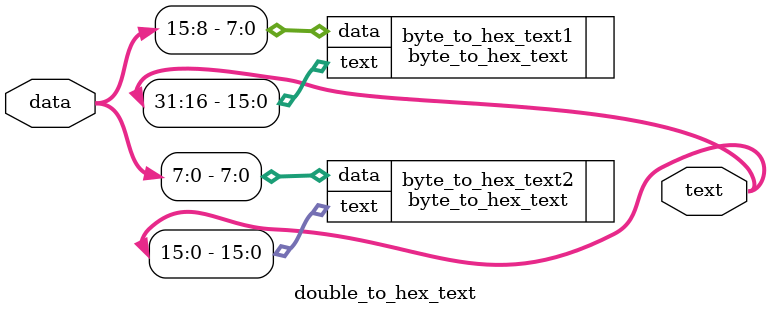
<source format=v>
module double_to_hex_text (
    input  [15:0] data,
    output [31:0] text
);

byte_to_hex_text byte_to_hex_text1(
    .data(data[15:8]),
    .text(text[31:16])
);

byte_to_hex_text byte_to_hex_text2(
    .data(data[7:0]),
    .text(text[15:0])
);

endmodule
</source>
